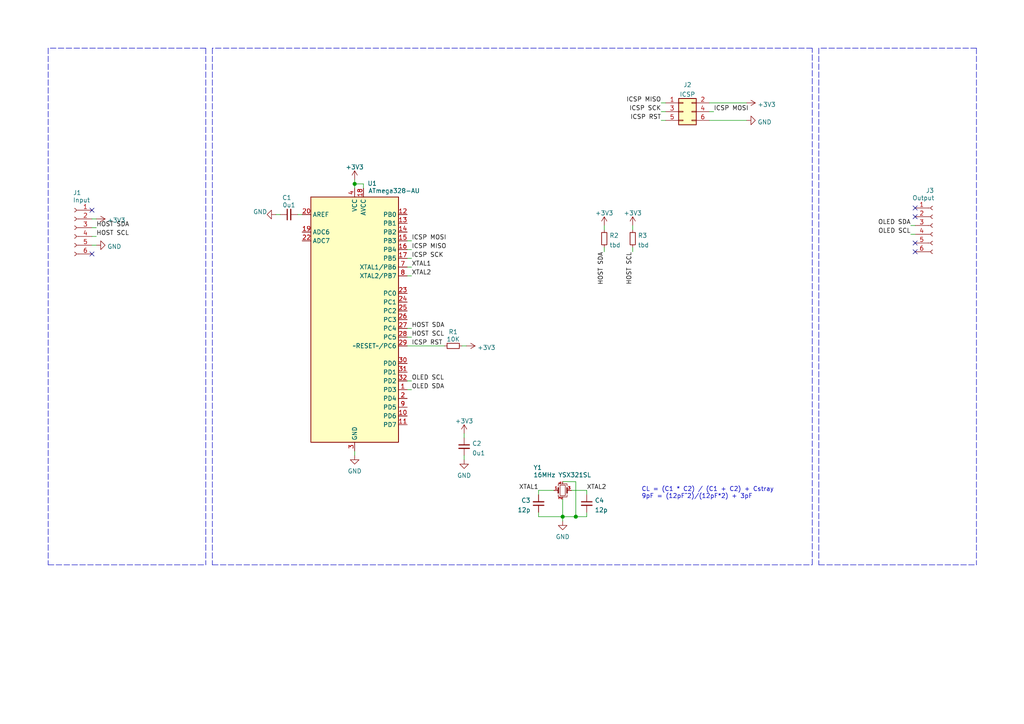
<source format=kicad_sch>
(kicad_sch (version 20210621) (generator eeschema)
  (paper "A4")
  (lib_symbols
    (symbol "Connector:Conn_01x06_Female" (pin_names (offset 1.016) hide)
      (property "Reference" "J" (at 0 7.62 0))
      (property "Value" "Conn_01x06_Female" (at 0 -10.16 0))
      (symbol "Conn_01x06_Female_1_1"
        (arc (start 0 -7.112) (end 0 -8.128) (radius (at 0 -7.62) (length 0.508) (angles 90.1 -90.1)) (stroke (width 0.1524)))
        (arc (start 0 -4.572) (end 0 -5.588) (radius (at 0 -5.08) (length 0.508) (angles 90.1 -90.1)) (stroke (width 0.1524)))
        (arc (start 0 -2.032) (end 0 -3.048) (radius (at 0 -2.54) (length 0.508) (angles 90.1 -90.1)) (stroke (width 0.1524)))
        (arc (start 0 0.508) (end 0 -0.508) (radius (at 0 0) (length 0.508) (angles 90.1 -90.1)) (stroke (width 0.1524)))
        (arc (start 0 3.048) (end 0 2.032) (radius (at 0 2.54) (length 0.508) (angles 90.1 -90.1)) (stroke (width 0.1524)))
        (arc (start 0 5.588) (end 0 4.572) (radius (at 0 5.08) (length 0.508) (angles 90.1 -90.1)) (stroke (width 0.1524)))
        (polyline (pts (xy -1.27 -7.62) (xy -0.508 -7.62)) (stroke (width 0.1524)))
        (polyline (pts (xy -1.27 -5.08) (xy -0.508 -5.08)) (stroke (width 0.1524)))
        (polyline (pts (xy -1.27 -2.54) (xy -0.508 -2.54)) (stroke (width 0.1524)))
        (polyline (pts (xy -1.27 0) (xy -0.508 0)) (stroke (width 0.1524)))
        (polyline (pts (xy -1.27 2.54) (xy -0.508 2.54)) (stroke (width 0.1524)))
        (polyline (pts (xy -1.27 5.08) (xy -0.508 5.08)) (stroke (width 0.1524)))
        (pin passive line (at -5.08 5.08 0) (length 3.81) (name "Pin_1") (number "1"))
        (pin passive line (at -5.08 2.54 0) (length 3.81) (name "Pin_2") (number "2"))
        (pin passive line (at -5.08 0 0) (length 3.81) (name "Pin_3") (number "3"))
        (pin passive line (at -5.08 -2.54 0) (length 3.81) (name "Pin_4") (number "4"))
        (pin passive line (at -5.08 -5.08 0) (length 3.81) (name "Pin_5") (number "5"))
        (pin passive line (at -5.08 -7.62 0) (length 3.81) (name "Pin_6") (number "6"))
      )
    )
    (symbol "Connector_Generic:Conn_02x03_Odd_Even" (pin_names (offset 1.016) hide)
      (property "Reference" "J" (at 1.27 5.08 0))
      (property "Value" "Conn_02x03_Odd_Even" (at 1.27 -5.08 0))
      (symbol "Conn_02x03_Odd_Even_1_1"
        (rectangle (start -1.27 -2.413) (end 0 -2.667) (stroke (width 0.1524)))
        (rectangle (start -1.27 0.127) (end 0 -0.127) (stroke (width 0.1524)))
        (rectangle (start -1.27 2.667) (end 0 2.413) (stroke (width 0.1524)))
        (rectangle (start 3.81 -2.413) (end 2.54 -2.667) (stroke (width 0.1524)))
        (rectangle (start 3.81 0.127) (end 2.54 -0.127) (stroke (width 0.1524)))
        (rectangle (start 3.81 2.667) (end 2.54 2.413) (stroke (width 0.1524)))
        (rectangle (start -1.27 3.81) (end 3.81 -3.81) (stroke (width 0.254)) (fill (type background)))
        (pin passive line (at -5.08 2.54 0) (length 3.81) (name "Pin_1") (number "1"))
        (pin passive line (at 7.62 2.54 180) (length 3.81) (name "Pin_2") (number "2"))
        (pin passive line (at -5.08 0 0) (length 3.81) (name "Pin_3") (number "3"))
        (pin passive line (at 7.62 0 180) (length 3.81) (name "Pin_4") (number "4"))
        (pin passive line (at -5.08 -2.54 0) (length 3.81) (name "Pin_5") (number "5"))
        (pin passive line (at 7.62 -2.54 180) (length 3.81) (name "Pin_6") (number "6"))
      )
    )
    (symbol "Device:C_Small" (pin_numbers hide) (pin_names (offset 0.254) hide)
      (property "Reference" "C" (at 0.254 1.778 0))
      (property "Value" "C_Small" (at 0.254 -2.032 0))
      (symbol "C_Small_0_1"
        (polyline (pts (xy -1.524 -0.508) (xy 1.524 -0.508)) (stroke (width 0.3302)))
        (polyline (pts (xy -1.524 0.508) (xy 1.524 0.508)) (stroke (width 0.3048)))
      )
      (symbol "C_Small_1_1"
        (pin passive line (at 0 2.54 270) (length 2.032) (name "~") (number "1"))
        (pin passive line (at 0 -2.54 90) (length 2.032) (name "~") (number "2"))
      )
    )
    (symbol "Device:Crystal_GND24_Small" (pin_names (offset 1.016) hide)
      (property "Reference" "Y" (at 1.27 4.445 0))
      (property "Value" "Crystal_GND24_Small" (at 1.27 2.54 0))
      (symbol "Crystal_GND24_Small_0_1"
        (rectangle (start -0.762 -1.524) (end 0.762 1.524))
        (polyline (pts (xy -1.27 -0.762) (xy -1.27 0.762)) (stroke (width 0.381)))
        (polyline (pts (xy 1.27 -0.762) (xy 1.27 0.762)) (stroke (width 0.381)))
        (polyline (pts (xy -1.27 -1.27) (xy -1.27 -1.905) (xy 1.27 -1.905) (xy 1.27 -1.27)))
        (polyline (pts (xy -1.27 1.27) (xy -1.27 1.905) (xy 1.27 1.905) (xy 1.27 1.27)))
      )
      (symbol "Crystal_GND24_Small_1_1"
        (pin passive line (at -2.54 0 0) (length 1.27) (name "1") (number "1"))
        (pin passive line (at 0 -2.54 90) (length 0.635) (name "2") (number "2"))
        (pin passive line (at 2.54 0 180) (length 1.27) (name "3") (number "3"))
        (pin passive line (at 0 2.54 270) (length 0.635) (name "4") (number "4"))
      )
    )
    (symbol "Device:R_Small" (pin_numbers hide) (pin_names (offset 0.254) hide)
      (property "Reference" "R" (at 0.762 0.508 0))
      (property "Value" "R_Small" (at 0.762 -1.016 0))
      (symbol "R_Small_0_1"
        (rectangle (start -0.762 1.778) (end 0.762 -1.778) (stroke (width 0.2032)))
      )
      (symbol "R_Small_1_1"
        (pin passive line (at 0 2.54 270) (length 0.762) (name "~") (number "1"))
        (pin passive line (at 0 -2.54 90) (length 0.762) (name "~") (number "2"))
      )
    )
    (symbol "MCU_Microchip_ATmega:ATmega328-AU"
      (property "Reference" "U" (at -12.7 36.83 0))
      (property "Value" "ATmega328-AU" (at 2.54 -36.83 0))
      (symbol "ATmega328-AU_0_1"
        (rectangle (start -12.7 -35.56) (end 12.7 35.56) (stroke (width 0.254)) (fill (type background)))
      )
      (symbol "ATmega328-AU_1_1"
        (pin bidirectional line (at 15.24 -20.32 180) (length 2.54) (name "PD3") (number "1"))
        (pin bidirectional line (at 15.24 -27.94 180) (length 2.54) (name "PD6") (number "10"))
        (pin bidirectional line (at 15.24 -30.48 180) (length 2.54) (name "PD7") (number "11"))
        (pin bidirectional line (at 15.24 30.48 180) (length 2.54) (name "PB0") (number "12"))
        (pin bidirectional line (at 15.24 27.94 180) (length 2.54) (name "PB1") (number "13"))
        (pin bidirectional line (at 15.24 25.4 180) (length 2.54) (name "PB2") (number "14"))
        (pin bidirectional line (at 15.24 22.86 180) (length 2.54) (name "PB3") (number "15"))
        (pin bidirectional line (at 15.24 20.32 180) (length 2.54) (name "PB4") (number "16"))
        (pin bidirectional line (at 15.24 17.78 180) (length 2.54) (name "PB5") (number "17"))
        (pin power_in line (at 2.54 38.1 270) (length 2.54) (name "AVCC") (number "18"))
        (pin input line (at -15.24 25.4 0) (length 2.54) (name "ADC6") (number "19"))
        (pin bidirectional line (at 15.24 -22.86 180) (length 2.54) (name "PD4") (number "2"))
        (pin passive line (at -15.24 30.48 0) (length 2.54) (name "AREF") (number "20"))
        (pin passive line (at 0 -38.1 90) (length 2.54) hide (name "GND") (number "21"))
        (pin input line (at -15.24 22.86 0) (length 2.54) (name "ADC7") (number "22"))
        (pin bidirectional line (at 15.24 7.62 180) (length 2.54) (name "PC0") (number "23"))
        (pin bidirectional line (at 15.24 5.08 180) (length 2.54) (name "PC1") (number "24"))
        (pin bidirectional line (at 15.24 2.54 180) (length 2.54) (name "PC2") (number "25"))
        (pin bidirectional line (at 15.24 0 180) (length 2.54) (name "PC3") (number "26"))
        (pin bidirectional line (at 15.24 -2.54 180) (length 2.54) (name "PC4") (number "27"))
        (pin bidirectional line (at 15.24 -5.08 180) (length 2.54) (name "PC5") (number "28"))
        (pin bidirectional line (at 15.24 -7.62 180) (length 2.54) (name "~RESET~/PC6") (number "29"))
        (pin power_in line (at 0 -38.1 90) (length 2.54) (name "GND") (number "3"))
        (pin bidirectional line (at 15.24 -12.7 180) (length 2.54) (name "PD0") (number "30"))
        (pin bidirectional line (at 15.24 -15.24 180) (length 2.54) (name "PD1") (number "31"))
        (pin bidirectional line (at 15.24 -17.78 180) (length 2.54) (name "PD2") (number "32"))
        (pin power_in line (at 0 38.1 270) (length 2.54) (name "VCC") (number "4"))
        (pin passive line (at 0 -38.1 90) (length 2.54) hide (name "GND") (number "5"))
        (pin passive line (at 0 38.1 270) (length 2.54) hide (name "VCC") (number "6"))
        (pin bidirectional line (at 15.24 15.24 180) (length 2.54) (name "XTAL1/PB6") (number "7"))
        (pin bidirectional line (at 15.24 12.7 180) (length 2.54) (name "XTAL2/PB7") (number "8"))
        (pin bidirectional line (at 15.24 -25.4 180) (length 2.54) (name "PD5") (number "9"))
      )
    )
    (symbol "power:+3.3V" (power) (pin_names (offset 0))
      (property "Value" "+3.3V" (at 0 3.556 0))
      (symbol "+3.3V_0_1"
        (polyline (pts (xy -0.762 1.27) (xy 0 2.54)))
        (polyline (pts (xy 0 0) (xy 0 2.54)))
        (polyline (pts (xy 0 2.54) (xy 0.762 1.27)))
      )
      (symbol "+3.3V_1_1"
        (pin power_in line (at 0 0 90) (length 0) hide (name "+3V3") (number "1"))
      )
    )
    (symbol "power:GND" (power) (pin_names (offset 0))
      (property "Value" "GND" (at 0 -3.81 0))
      (symbol "GND_0_1"
        (polyline (pts (xy 0 0) (xy 0 -1.27) (xy 1.27 -1.27) (xy 0 -2.54) (xy -1.27 -1.27) (xy 0 -1.27)))
      )
      (symbol "GND_1_1"
        (pin power_in line (at 0 0 270) (length 0) hide (name "GND") (number "1"))
      )
    )
  )
  (junction (at 102.87 53.34) (diameter 1.016))
  (junction (at 163.195 149.86) (diameter 1.016))
  (junction (at 167.005 149.86) (diameter 1.016))
  (no_connect (at 26.67 60.96))
  (no_connect (at 26.67 73.66))
  (no_connect (at 265.43 60.325))
  (no_connect (at 265.43 62.865))
  (no_connect (at 265.43 70.485))
  (no_connect (at 265.43 73.025))
  (wire (pts (xy 26.67 63.5) (xy 27.94 63.5)))
  (wire (pts (xy 26.67 66.04) (xy 27.94 66.04)))
  (wire (pts (xy 26.67 68.58) (xy 27.94 68.58)))
  (wire (pts (xy 26.67 71.12) (xy 27.94 71.12)))
  (wire (pts (xy 80.01 62.23) (xy 81.28 62.23)))
  (wire (pts (xy 86.36 62.23) (xy 87.63 62.23)))
  (wire (pts (xy 102.87 52.07) (xy 102.87 53.34)))
  (wire (pts (xy 102.87 53.34) (xy 102.87 54.61)))
  (wire (pts (xy 102.87 130.81) (xy 102.87 132.08)))
  (wire (pts (xy 105.41 53.34) (xy 102.87 53.34)))
  (wire (pts (xy 105.41 54.61) (xy 105.41 53.34)))
  (wire (pts (xy 118.11 69.85) (xy 119.38 69.85)))
  (wire (pts (xy 118.11 72.39) (xy 119.38 72.39)))
  (wire (pts (xy 118.11 74.93) (xy 119.38 74.93)))
  (wire (pts (xy 118.11 77.47) (xy 119.38 77.47)))
  (wire (pts (xy 118.11 80.01) (xy 119.38 80.01)))
  (wire (pts (xy 118.11 95.25) (xy 119.38 95.25)))
  (wire (pts (xy 118.11 97.79) (xy 119.38 97.79)))
  (wire (pts (xy 118.11 100.33) (xy 128.905 100.33)))
  (wire (pts (xy 118.11 110.49) (xy 119.38 110.49)))
  (wire (pts (xy 118.11 113.03) (xy 119.38 113.03)))
  (wire (pts (xy 133.985 100.33) (xy 135.255 100.33)))
  (wire (pts (xy 134.62 125.73) (xy 134.62 127)))
  (wire (pts (xy 134.62 132.08) (xy 134.62 133.35)))
  (wire (pts (xy 156.21 142.24) (xy 160.655 142.24)))
  (wire (pts (xy 156.21 143.51) (xy 156.21 142.24)))
  (wire (pts (xy 156.21 149.86) (xy 156.21 148.59)))
  (wire (pts (xy 163.195 139.7) (xy 167.005 139.7)))
  (wire (pts (xy 163.195 144.78) (xy 163.195 149.86)))
  (wire (pts (xy 163.195 149.86) (xy 156.21 149.86)))
  (wire (pts (xy 163.195 151.13) (xy 163.195 149.86)))
  (wire (pts (xy 165.735 142.24) (xy 170.18 142.24)))
  (wire (pts (xy 167.005 139.7) (xy 167.005 149.86)))
  (wire (pts (xy 167.005 149.86) (xy 163.195 149.86)))
  (wire (pts (xy 170.18 142.24) (xy 170.18 143.51)))
  (wire (pts (xy 170.18 148.59) (xy 170.18 149.86)))
  (wire (pts (xy 170.18 149.86) (xy 167.005 149.86)))
  (wire (pts (xy 175.26 65.405) (xy 175.26 66.675)))
  (wire (pts (xy 175.26 71.755) (xy 175.26 73.025)))
  (wire (pts (xy 183.515 65.405) (xy 183.515 66.675)))
  (wire (pts (xy 183.515 71.755) (xy 183.515 73.025)))
  (wire (pts (xy 191.77 29.845) (xy 193.04 29.845)))
  (wire (pts (xy 191.77 32.385) (xy 193.04 32.385)))
  (wire (pts (xy 191.77 34.925) (xy 193.04 34.925)))
  (wire (pts (xy 205.74 29.845) (xy 216.535 29.845)))
  (wire (pts (xy 205.74 32.385) (xy 207.01 32.385)))
  (wire (pts (xy 205.74 34.925) (xy 216.535 34.925)))
  (wire (pts (xy 264.16 65.405) (xy 265.43 65.405)))
  (wire (pts (xy 264.16 67.945) (xy 265.43 67.945)))
  (polyline (pts (xy 13.97 13.97) (xy 13.97 163.83)) (stroke (width 0) (type dash)))
  (polyline (pts (xy 13.97 163.83) (xy 59.69 163.83)) (stroke (width 0) (type dash)))
  (polyline (pts (xy 59.69 13.97) (xy 13.97 13.97)) (stroke (width 0) (type dash)))
  (polyline (pts (xy 59.69 13.97) (xy 59.69 163.83)) (stroke (width 0) (type dash)))
  (polyline (pts (xy 61.595 13.97) (xy 61.595 163.83)) (stroke (width 0) (type dash)))
  (polyline (pts (xy 61.595 163.83) (xy 235.585 163.83)) (stroke (width 0) (type dash)))
  (polyline (pts (xy 235.585 13.97) (xy 61.595 13.97)) (stroke (width 0) (type dash)))
  (polyline (pts (xy 235.585 163.83) (xy 235.585 13.97)) (stroke (width 0) (type dash)))
  (polyline (pts (xy 237.49 13.97) (xy 237.49 163.83)) (stroke (width 0) (type dash)))
  (polyline (pts (xy 237.49 163.83) (xy 283.21 163.83)) (stroke (width 0) (type dash)))
  (polyline (pts (xy 283.21 13.97) (xy 237.49 13.97)) (stroke (width 0) (type dash)))
  (polyline (pts (xy 283.21 13.97) (xy 283.21 163.83)) (stroke (width 0) (type dash)))
  (text "CL = (C1 * C2) / (C1 + C2) + Cstray\n9pF = (12pF^2)/(12pF*2) + 3pF" (at 186.055 144.78 0) (effects (font (size 1.27 1.27)) (justify left bottom)))
  (label "HOST SDA" (at 27.94 66.04 0))
  (label "HOST SCL" (at 27.94 68.58 0))
  (label "ICSP MOSI" (at 119.38 69.85 0))
  (label "ICSP MISO" (at 119.38 72.39 0))
  (label "ICSP SCK" (at 119.38 74.93 0))
  (label "XTAL1" (at 119.38 77.47 0))
  (label "XTAL2" (at 119.38 80.01 0))
  (label "HOST SDA" (at 119.38 95.25 0))
  (label "HOST SCL" (at 119.38 97.79 0))
  (label "ICSP RST" (at 119.38 100.33 0))
  (label "OLED SCL" (at 119.38 110.49 0))
  (label "OLED SDA" (at 119.38 113.03 0))
  (label "XTAL1" (at 156.21 142.24 180))
  (label "XTAL2" (at 170.18 142.24 0))
  (label "HOST SDA" (at 175.26 73.025 270))
  (label "HOST SCL" (at 183.515 73.025 270))
  (label "ICSP MISO" (at 191.77 29.845 180))
  (label "ICSP SCK" (at 191.77 32.385 180))
  (label "ICSP RST" (at 191.77 34.925 180))
  (label "ICSP MOSI" (at 207.01 32.385 0))
  (label "OLED SDA" (at 264.16 65.405 180))
  (label "OLED SCL" (at 264.16 67.945 180))
  (symbol (lib_id "power:+3.3V") (at 27.94 63.5 270) (mirror x) (unit 1)
    (property "Reference" "#PWR0103" (effects hide))
    (property "Value" "+3.3V" (at 31.1151 63.8885 90) (effects (justify left)))
  )
  (symbol (lib_id "power:+3.3V") (at 102.87 52.07 0) (unit 1)
    (property "Reference" "#PWR0106" (effects hide))
    (property "Value" "+3.3V" (at 102.87 48.4654 0))
  )
  (symbol (lib_id "power:+3.3V") (at 134.62 125.73 0) (unit 1)
    (property "Reference" "#PWR0111" (effects hide))
    (property "Value" "+3.3V" (at 134.62 122.1254 0))
  )
  (symbol (lib_id "power:+3.3V") (at 135.255 100.33 270) (unit 1)
    (property "Reference" "#PWR0110" (effects hide))
    (property "Value" "+3.3V" (at 138.4301 100.809 90) (effects (justify left)))
  )
  (symbol (lib_id "power:+3.3V") (at 175.26 65.405 0) (unit 1)
    (property "Reference" "#PWR0112" (effects hide))
    (property "Value" "+3.3V" (at 175.26 61.8004 0))
  )
  (symbol (lib_id "power:+3.3V") (at 183.515 65.405 0) (unit 1)
    (property "Reference" "#PWR0113" (effects hide))
    (property "Value" "+3.3V" (at 183.515 61.8004 0))
  )
  (symbol (lib_id "power:+3.3V") (at 216.535 29.845 270) (unit 1)
    (property "Reference" "#PWR0104" (effects hide))
    (property "Value" "+3.3V" (at 219.7101 30.324 90) (effects (justify left)))
  )
  (symbol (lib_id "power:GND") (at 27.94 71.12 90) (mirror x) (unit 1)
    (property "Reference" "#PWR0102" (effects hide))
    (property "Value" "GND" (at 31.115 71.5085 90) (effects (justify right)))
  )
  (symbol (lib_id "power:GND") (at 80.01 62.23 270) (unit 1)
    (property "Reference" "#PWR0101" (effects hide))
    (property "Value" "GND" (at 73.4061 61.439 90) (effects (justify left)))
  )
  (symbol (lib_id "power:GND") (at 102.87 132.08 0) (unit 1)
    (property "Reference" "#PWR0108" (effects hide))
    (property "Value" "GND" (at 102.87 136.6426 0))
  )
  (symbol (lib_id "power:GND") (at 134.62 133.35 0) (unit 1)
    (property "Reference" "#PWR0109" (effects hide))
    (property "Value" "GND" (at 134.62 137.9126 0))
  )
  (symbol (lib_id "power:GND") (at 163.195 151.13 0) (unit 1)
    (property "Reference" "#PWR0107" (effects hide))
    (property "Value" "GND" (at 163.195 155.6926 0))
  )
  (symbol (lib_id "power:GND") (at 216.535 34.925 90) (unit 1)
    (property "Reference" "#PWR0105" (effects hide))
    (property "Value" "GND" (at 219.7101 35.404 90) (effects (justify right)))
  )
  (symbol (lib_id "Device:R_Small") (at 131.445 100.33 90) (unit 1)
    (property "Reference" "R1" (at 131.445 96.2618 90))
    (property "Value" "10K" (at 131.445 98.4019 90))
    (property "Footprint" "Resistor_SMD:R_0603_1608Metric" (effects hide))
  )
  (symbol (lib_id "Device:R_Small") (at 175.26 69.215 0) (unit 1)
    (property "Reference" "R2" (at 176.7587 68.3065 0) (effects (justify left)))
    (property "Value" "tbd" (at 176.7587 71.0816 0) (effects (justify left)))
    (property "Footprint" "Resistor_SMD:R_0603_1608Metric" (effects hide))
  )
  (symbol (lib_id "Device:R_Small") (at 183.515 69.215 0) (unit 1)
    (property "Reference" "R3" (at 185.0137 68.3065 0) (effects (justify left)))
    (property "Value" "tbd" (at 185.0137 71.0816 0) (effects (justify left)))
    (property "Footprint" "Resistor_SMD:R_0603_1608Metric" (effects hide))
  )
  (symbol (lib_id "Device:C_Small") (at 83.82 62.23 90) (unit 1)
    (property "Reference" "C1" (at 83.185 57.3363 90))
    (property "Value" "0u1" (at 83.82 59.4764 90))
    (property "Footprint" "Capacitor_SMD:C_0603_1608Metric" (effects hide))
  )
  (symbol (lib_id "Device:C_Small") (at 134.62 129.54 0) (unit 1)
    (property "Reference" "C2" (at 136.9442 128.6315 0) (effects (justify left)))
    (property "Value" "0u1" (at 136.9442 131.4066 0) (effects (justify left)))
    (property "Footprint" "Capacitor_SMD:C_0603_1608Metric" (effects hide))
  )
  (symbol (lib_id "Device:C_Small") (at 156.21 146.05 0) (mirror x) (unit 1)
    (property "Reference" "C3" (at 153.8859 145.1415 0) (effects (justify right)))
    (property "Value" "12p" (at 153.8859 147.9166 0) (effects (justify right)))
    (property "Footprint" "Capacitor_SMD:C_0603_1608Metric" (effects hide))
  )
  (symbol (lib_id "Device:C_Small") (at 170.18 146.05 0) (unit 1)
    (property "Reference" "C4" (at 172.5042 145.1415 0) (effects (justify left)))
    (property "Value" "12p" (at 172.5042 147.9166 0) (effects (justify left)))
    (property "Footprint" "Capacitor_SMD:C_0603_1608Metric" (effects hide))
  )
  (symbol (lib_id "Device:Crystal_GND24_Small") (at 163.195 142.24 0) (unit 1)
    (property "Reference" "Y1" (at 154.6861 135.6165 0) (effects (justify left)))
    (property "Value" "16MHz YSX321SL" (at 154.6861 137.7566 0) (effects (justify left)))
    (property "Footprint" "Crystal:Crystal_SMD_3225-4Pin_3.2x2.5mm" (effects hide))
  )
  (symbol (lib_id "Connector:Conn_01x06_Female") (at 21.59 66.04 0) (mirror y) (unit 1)
    (property "Reference" "J1" (at 22.3774 55.9012 0))
    (property "Value" "Input" (at 23.6474 58.0413 0))
    (property "Footprint" "Connector_PinSocket_2.54mm:PinSocket_1x06_P2.54mm_Vertical" (effects hide))
  )
  (symbol (lib_id "Connector:Conn_01x06_Female") (at 270.51 65.405 0) (unit 1)
    (property "Reference" "J3" (at 269.7226 55.2662 0))
    (property "Value" "Output" (at 267.8176 57.4063 0))
    (property "Footprint" "Connector_PinSocket_2.54mm:PinSocket_1x06_P2.54mm_Vertical" (effects hide))
  )
  (symbol (lib_id "Connector_Generic:Conn_02x03_Odd_Even") (at 198.12 32.385 0) (unit 1)
    (property "Reference" "J2" (at 199.39 24.6084 0))
    (property "Value" "ICSP" (at 199.39 27.3835 0))
    (property "Footprint" "Connector_PinSocket_2.54mm:PinSocket_2x03_P2.54mm_Vertical" (effects hide))
  )
  (symbol (lib_id "MCU_Microchip_ATmega:ATmega328-AU") (at 102.87 92.71 0) (unit 1)
    (property "Reference" "U1" (at 107.95 53.2036 0))
    (property "Value" "ATmega328-AU" (at 114.3 55.3437 0))
    (property "Footprint" "Package_QFP:TQFP-32_7x7mm_P0.8mm" (effects hide))
    (property "Datasheet" "http://ww1.microchip.com/downloads/en/DeviceDoc/ATmega328_P%20AVR%20MCU%20with%20picoPower%20Technology%20Data%20Sheet%2040001984A.pdf" (effects hide))
  )
)
</source>
